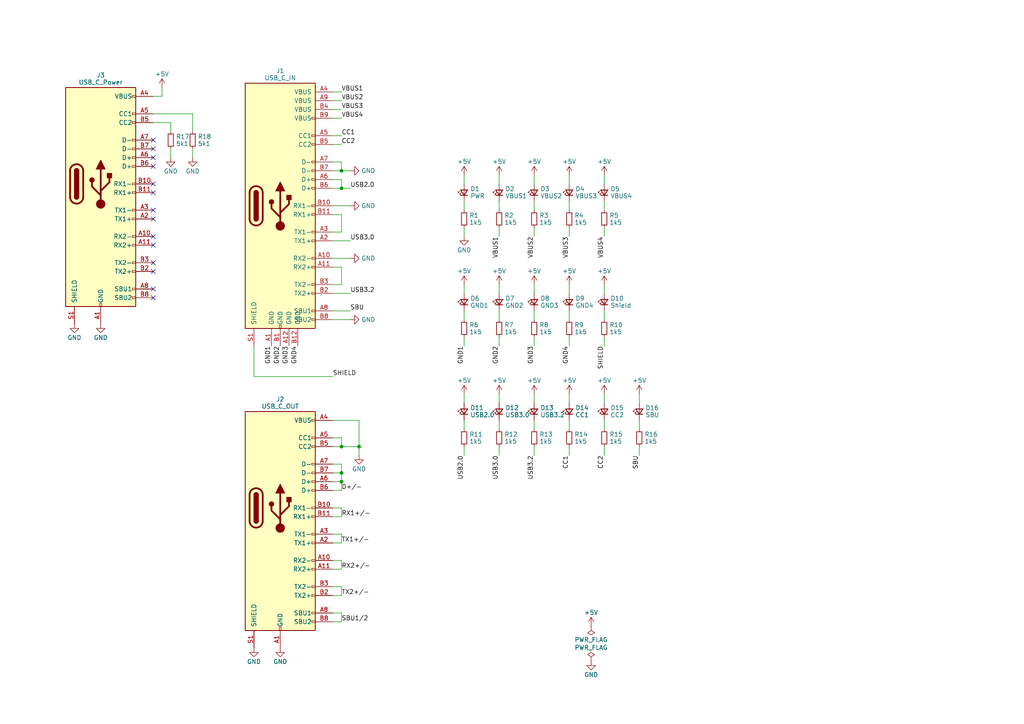
<source format=kicad_sch>
(kicad_sch (version 20230121) (generator eeschema)
  (paper "A4")
  (title_block (title "USB-C Cable Tester") (date "${DATE}") (rev "${VERSION}"))
  (lib_symbols
    (symbol "Connector:USB_C_Receptacle" (pin_names (offset 1.016))
      (property "Reference" "J" (at -10.16 29.21 0))
      (property "Value" "USB_C_Receptacle" (at 10.16 29.21 0))
      (symbol "USB_C_Receptacle_0_0"
        (rectangle (start -0.254 -35.56) (end 0.254 -34.544))
        (rectangle (start 10.16 -32.766) (end 9.144 -33.274))
        (rectangle (start 10.16 -30.226) (end 9.144 -30.734))
        (rectangle (start 10.16 -25.146) (end 9.144 -25.654))
        (rectangle (start 10.16 -22.606) (end 9.144 -23.114))
        (rectangle (start 10.16 -17.526) (end 9.144 -18.034))
        (rectangle (start 10.16 -14.986) (end 9.144 -15.494))
        (rectangle (start 10.16 -9.906) (end 9.144 -10.414))
        (rectangle (start 10.16 -7.366) (end 9.144 -7.874))
        (rectangle (start 10.16 -2.286) (end 9.144 -2.794))
        (rectangle (start 10.16 0.254) (end 9.144 -0.254))
        (rectangle (start 10.16 5.334) (end 9.144 4.826))
        (rectangle (start 10.16 7.874) (end 9.144 7.366))
        (rectangle (start 10.16 10.414) (end 9.144 9.906))
        (rectangle (start 10.16 12.954) (end 9.144 12.446))
        (rectangle (start 10.16 18.034) (end 9.144 17.526))
        (rectangle (start 10.16 20.574) (end 9.144 20.066))
        (rectangle (start 10.16 25.654) (end 9.144 25.146))
      )
      (symbol "USB_C_Receptacle_0_1"
        (rectangle (start -10.16 27.94) (end 10.16 -35.56) (stroke (width 0.254)) (fill (type background)))
        (arc (start -8.89 -3.81) (mid -6.985 -5.7067) (end -5.08 -3.81) (stroke (width 0.508)))
        (arc (start -7.62 -3.81) (mid -6.985 -4.4423) (end -6.35 -3.81) (stroke (width 0.254)))
        (arc (start -7.62 -3.81) (mid -6.985 -4.4423) (end -6.35 -3.81) (stroke (width 0.254)) (fill (type outline)))
        (rectangle (start -7.62 -3.81) (end -6.35 3.81) (stroke (width 0.254)) (fill (type outline)))
        (arc (start -6.35 3.81) (mid -6.985 4.4423) (end -7.62 3.81) (stroke (width 0.254)))
        (arc (start -6.35 3.81) (mid -6.985 4.4423) (end -7.62 3.81) (stroke (width 0.254)) (fill (type outline)))
        (arc (start -5.08 3.81) (mid -6.985 5.7067) (end -8.89 3.81) (stroke (width 0.508)))
        (polyline (pts (xy -8.89 -3.81) (xy -8.89 3.81)) (stroke (width 0.508)))
        (polyline (pts (xy -5.08 3.81) (xy -5.08 -3.81)) (stroke (width 0.508)))
      )
      (symbol "USB_C_Receptacle_1_1"
        (circle (center -2.54 1.143) (radius 0.635) (stroke (width 0.254)) (fill (type outline)))
        (circle (center 0 -5.842) (radius 1.27) (fill (type outline)))
        (polyline (pts (xy 0 -5.842) (xy 0 4.318)) (stroke (width 0.508)))
        (polyline (pts (xy 0 -3.302) (xy -2.54 -0.762) (xy -2.54 0.508)) (stroke (width 0.508)))
        (polyline (pts (xy 0 -2.032) (xy 2.54 0.508) (xy 2.54 1.778)) (stroke (width 0.508)))
        (polyline (pts (xy -1.27 4.318) (xy 0 6.858) (xy 1.27 4.318) (xy -1.27 4.318)) (stroke (width 0.254)) (fill (type outline)))
        (rectangle (start 1.905 1.778) (end 3.175 3.048) (stroke (width 0.254)) (fill (type outline)))
        (pin passive line (at 0 -40.64 90) (length 5.08) (name "GND") (number "A1"))
        (pin bidirectional line (at 15.24 -15.24 180) (length 5.08) (name "RX2-") (number "A10"))
        (pin bidirectional line (at 15.24 -17.78 180) (length 5.08) (name "RX2+") (number "A11"))
        (pin passive line (at 0 -40.64 90) (length 5.08) hide (name "GND") (number "A12"))
        (pin bidirectional line (at 15.24 -10.16 180) (length 5.08) (name "TX1+") (number "A2"))
        (pin bidirectional line (at 15.24 -7.62 180) (length 5.08) (name "TX1-") (number "A3"))
        (pin passive line (at 15.24 25.4 180) (length 5.08) (name "VBUS") (number "A4"))
        (pin bidirectional line (at 15.24 20.32 180) (length 5.08) (name "CC1") (number "A5"))
        (pin bidirectional line (at 15.24 7.62 180) (length 5.08) (name "D+") (number "A6"))
        (pin bidirectional line (at 15.24 12.7 180) (length 5.08) (name "D-") (number "A7"))
        (pin bidirectional line (at 15.24 -30.48 180) (length 5.08) (name "SBU1") (number "A8"))
        (pin passive line (at 15.24 25.4 180) (length 5.08) hide (name "VBUS") (number "A9"))
        (pin passive line (at 0 -40.64 90) (length 5.08) hide (name "GND") (number "B1"))
        (pin bidirectional line (at 15.24 0 180) (length 5.08) (name "RX1-") (number "B10"))
        (pin bidirectional line (at 15.24 -2.54 180) (length 5.08) (name "RX1+") (number "B11"))
        (pin passive line (at 0 -40.64 90) (length 5.08) hide (name "GND") (number "B12"))
        (pin bidirectional line (at 15.24 -25.4 180) (length 5.08) (name "TX2+") (number "B2"))
        (pin bidirectional line (at 15.24 -22.86 180) (length 5.08) (name "TX2-") (number "B3"))
        (pin passive line (at 15.24 25.4 180) (length 5.08) hide (name "VBUS") (number "B4"))
        (pin bidirectional line (at 15.24 17.78 180) (length 5.08) (name "CC2") (number "B5"))
        (pin bidirectional line (at 15.24 5.08 180) (length 5.08) (name "D+") (number "B6"))
        (pin bidirectional line (at 15.24 10.16 180) (length 5.08) (name "D-") (number "B7"))
        (pin bidirectional line (at 15.24 -33.02 180) (length 5.08) (name "SBU2") (number "B8"))
        (pin passive line (at 15.24 25.4 180) (length 5.08) hide (name "VBUS") (number "B9"))
        (pin passive line (at -7.62 -40.64 90) (length 5.08) (name "SHIELD") (number "S1"))
      )
    )
    (symbol "Device:LED_Small" (pin_numbers hide) (pin_names (offset 0.254) hide)
      (property "Reference" "D" (at -1.27 3.175 0))
      (property "Value" "LED_Small" (at -4.445 -2.54 0))
      (symbol "LED_Small_0_1"
        (polyline (pts (xy -0.762 -1.016) (xy -0.762 1.016)) (stroke (width 0.254)))
        (polyline (pts (xy 1.016 0) (xy -0.762 0)))
        (polyline (pts (xy 0.762 -1.016) (xy -0.762 0) (xy 0.762 1.016) (xy 0.762 -1.016)) (stroke (width 0.254)))
        (polyline (pts (xy 0 0.762) (xy -0.508 1.27) (xy -0.254 1.27) (xy -0.508 1.27) (xy -0.508 1.016)))
        (polyline (pts (xy 0.508 1.27) (xy 0 1.778) (xy 0.254 1.778) (xy 0 1.778) (xy 0 1.524)))
      )
      (symbol "LED_Small_1_1"
        (pin passive line (at -2.54 0 0) (length 1.778) (name "K") (number "1"))
        (pin passive line (at 2.54 0 180) (length 1.778) (name "A") (number "2"))
      )
    )
    (symbol "Device:R_Small" (pin_numbers hide) (pin_names (offset 0.254) hide)
      (property "Reference" "R" (at 0.762 0.508 0))
      (property "Value" "R_Small" (at 0.762 -1.016 0))
      (symbol "R_Small_0_1"
        (rectangle (start -0.762 1.778) (end 0.762 -1.778) (stroke (width 0.2032)))
      )
      (symbol "R_Small_1_1"
        (pin passive line (at 0 2.54 270) (length 0.762) (name "~") (number "1"))
        (pin passive line (at 0 -2.54 90) (length 0.762) (name "~") (number "2"))
      )
    )
    (symbol "My_Symbols:USB_C_Receptacle_All_Pins" (pin_names (offset 1.016))
      (property "Reference" "J" (at -10.16 36.83 0))
      (property "Value" "USB_C_Receptacle_All_Pins" (at 10.16 36.83 0))
      (symbol "USB_C_Receptacle_All_Pins_0_0"
        (rectangle (start -0.254 -35.56) (end 0.254 -34.544))
        (rectangle (start 10.16 -32.766) (end 9.144 -33.274))
        (rectangle (start 10.16 -30.226) (end 9.144 -30.734))
        (rectangle (start 10.16 -25.146) (end 9.144 -25.654))
        (rectangle (start 10.16 -22.606) (end 9.144 -23.114))
        (rectangle (start 10.16 -17.526) (end 9.144 -18.034))
        (rectangle (start 10.16 -14.986) (end 9.144 -15.494))
        (rectangle (start 10.16 -9.906) (end 9.144 -10.414))
        (rectangle (start 10.16 -7.366) (end 9.144 -7.874))
        (rectangle (start 10.16 -2.286) (end 9.144 -2.794))
        (rectangle (start 10.16 0.254) (end 9.144 -0.254))
        (rectangle (start 10.16 5.334) (end 9.144 4.826))
        (rectangle (start 10.16 7.874) (end 9.144 7.366))
        (rectangle (start 10.16 10.414) (end 9.144 9.906))
        (rectangle (start 10.16 12.954) (end 9.144 12.446))
        (rectangle (start 10.16 18.034) (end 9.144 17.526))
        (rectangle (start 10.16 20.574) (end 9.144 20.066))
        (rectangle (start 10.16 25.654) (end 9.144 25.146))
      )
      (symbol "USB_C_Receptacle_All_Pins_0_1"
        (rectangle (start -10.16 35.56) (end 10.16 -35.56) (stroke (width 0.254)) (fill (type background)))
        (arc (start -8.89 -3.81) (mid -6.985 -5.7067) (end -5.08 -3.81) (stroke (width 0.508)))
        (arc (start -7.62 -3.81) (mid -6.985 -4.4423) (end -6.35 -3.81) (stroke (width 0.254)))
        (arc (start -7.62 -3.81) (mid -6.985 -4.4423) (end -6.35 -3.81) (stroke (width 0.254)) (fill (type outline)))
        (rectangle (start -7.62 -3.81) (end -6.35 3.81) (stroke (width 0.254)) (fill (type outline)))
        (arc (start -6.35 3.81) (mid -6.985 4.4423) (end -7.62 3.81) (stroke (width 0.254)))
        (arc (start -6.35 3.81) (mid -6.985 4.4423) (end -7.62 3.81) (stroke (width 0.254)) (fill (type outline)))
        (arc (start -5.08 3.81) (mid -6.985 5.7067) (end -8.89 3.81) (stroke (width 0.508)))
        (polyline (pts (xy -8.89 -3.81) (xy -8.89 3.81)) (stroke (width 0.508)))
        (polyline (pts (xy -5.08 3.81) (xy -5.08 -3.81)) (stroke (width 0.508)))
      )
      (symbol "USB_C_Receptacle_All_Pins_1_1"
        (circle (center -2.54 1.143) (radius 0.635) (stroke (width 0.254)) (fill (type outline)))
        (circle (center 0 -5.842) (radius 1.27) (fill (type outline)))
        (polyline (pts (xy 0 -5.842) (xy 0 4.318)) (stroke (width 0.508)))
        (polyline (pts (xy 0 -3.302) (xy -2.54 -0.762) (xy -2.54 0.508)) (stroke (width 0.508)))
        (polyline (pts (xy 0 -2.032) (xy 2.54 0.508) (xy 2.54 1.778)) (stroke (width 0.508)))
        (polyline (pts (xy -1.27 4.318) (xy 0 6.858) (xy 1.27 4.318) (xy -1.27 4.318)) (stroke (width 0.254)) (fill (type outline)))
        (rectangle (start 1.905 1.778) (end 3.175 3.048) (stroke (width 0.254)) (fill (type outline)))
        (pin passive line (at -2.54 -40.64 90) (length 5.08) (name "GND") (number "A1"))
        (pin bidirectional line (at 15.24 -15.24 180) (length 5.08) (name "RX2-") (number "A10"))
        (pin bidirectional line (at 15.24 -17.78 180) (length 5.08) (name "RX2+") (number "A11"))
        (pin passive line (at 2.54 -40.64 90) (length 5.08) (name "GND") (number "A12"))
        (pin bidirectional line (at 15.24 -10.16 180) (length 5.08) (name "TX1+") (number "A2"))
        (pin bidirectional line (at 15.24 -7.62 180) (length 5.08) (name "TX1-") (number "A3"))
        (pin passive line (at 15.24 33.02 180) (length 5.08) (name "VBUS") (number "A4"))
        (pin bidirectional line (at 15.24 20.32 180) (length 5.08) (name "CC1") (number "A5"))
        (pin bidirectional line (at 15.24 7.62 180) (length 5.08) (name "D+") (number "A6"))
        (pin bidirectional line (at 15.24 12.7 180) (length 5.08) (name "D-") (number "A7"))
        (pin bidirectional line (at 15.24 -30.48 180) (length 5.08) (name "SBU1") (number "A8"))
        (pin passive line (at 15.24 30.48 180) (length 5.08) (name "VBUS") (number "A9"))
        (pin passive line (at 0 -40.64 90) (length 5.08) (name "GND") (number "B1"))
        (pin bidirectional line (at 15.24 0 180) (length 5.08) (name "RX1-") (number "B10"))
        (pin bidirectional line (at 15.24 -2.54 180) (length 5.08) (name "RX1+") (number "B11"))
        (pin passive line (at 5.08 -40.64 90) (length 5.08) (name "GND") (number "B12"))
        (pin bidirectional line (at 15.24 -25.4 180) (length 5.08) (name "TX2+") (number "B2"))
        (pin bidirectional line (at 15.24 -22.86 180) (length 5.08) (name "TX2-") (number "B3"))
        (pin passive line (at 15.24 27.94 180) (length 5.08) (name "VBUS") (number "B4"))
        (pin bidirectional line (at 15.24 17.78 180) (length 5.08) (name "CC2") (number "B5"))
        (pin bidirectional line (at 15.24 5.08 180) (length 5.08) (name "D+") (number "B6"))
        (pin bidirectional line (at 15.24 10.16 180) (length 5.08) (name "D-") (number "B7"))
        (pin bidirectional line (at 15.24 -33.02 180) (length 5.08) (name "SBU2") (number "B8"))
        (pin passive line (at 15.24 25.4 180) (length 5.08) (name "VBUS") (number "B9"))
        (pin passive line (at -7.62 -40.64 90) (length 5.08) (name "SHIELD") (number "S1"))
      )
    )
    (symbol "power:+5V" (power) (pin_names (offset 0))
      (property "Value" "+5V" (at 0 3.556 0))
      (symbol "+5V_0_1"
        (polyline (pts (xy -0.762 1.27) (xy 0 2.54)))
        (polyline (pts (xy 0 0) (xy 0 2.54)))
        (polyline (pts (xy 0 2.54) (xy 0.762 1.27)))
      )
      (symbol "+5V_1_1"
        (pin power_in line (at 0 0 90) (length 0) hide (name "+5V") (number "1"))
      )
    )
    (symbol "power:GND" (power) (pin_names (offset 0))
      (property "Value" "GND" (at 0 -3.81 0))
      (symbol "GND_0_1"
        (polyline (pts (xy 0 0) (xy 0 -1.27) (xy 1.27 -1.27) (xy 0 -2.54) (xy -1.27 -1.27) (xy 0 -1.27)))
      )
      (symbol "GND_1_1"
        (pin power_in line (at 0 0 270) (length 0) hide (name "GND") (number "1"))
      )
    )
    (symbol "power:PWR_FLAG" (power) (pin_numbers hide) (pin_names (offset 0) hide)
      (property "Value" "PWR_FLAG" (at 0 3.81 0))
      (symbol "PWR_FLAG_0_0"
        (pin power_out line (at 0 0 90) (length 0) (name "pwr") (number "1"))
      )
      (symbol "PWR_FLAG_0_1"
        (polyline (pts (xy 0 0) (xy 0 1.27) (xy -1.016 1.905) (xy 0 2.54) (xy 1.016 1.905) (xy 0 1.27)))
      )
    )
  )
  (junction (at 99.06 49.53))
  (junction (at 99.06 129.54))
  (junction (at 99.06 137.16))
  (junction (at 99.06 54.61))
  (junction (at 104.14 129.54))
  (junction (at 99.06 139.7))
  (no_connect (at 44.45 78.74))
  (no_connect (at 44.45 60.96))
  (no_connect (at 44.45 68.58))
  (no_connect (at 44.45 86.36))
  (no_connect (at 44.45 43.18))
  (no_connect (at 44.45 55.88))
  (no_connect (at 44.45 71.12))
  (no_connect (at 44.45 40.64))
  (no_connect (at 44.45 45.72))
  (no_connect (at 44.45 63.5))
  (no_connect (at 44.45 76.2))
  (no_connect (at 44.45 53.34))
  (no_connect (at 44.45 83.82))
  (no_connect (at 44.45 48.26))
  (wire (pts (xy 99.06 149.86) (xy 96.52 149.86)))
  (wire (pts (xy 99.06 142.24) (xy 96.52 142.24)))
  (wire (pts (xy 99.06 39.37) (xy 96.52 39.37)))
  (wire (pts (xy 165.1 82.55) (xy 165.1 85.09)))
  (wire (pts (xy 154.94 121.92) (xy 154.94 124.46)))
  (wire (pts (xy 96.52 109.22) (xy 73.66 109.22)))
  (wire (pts (xy 175.26 50.8) (xy 175.26 53.34)))
  (wire (pts (xy 96.52 52.07) (xy 99.06 52.07)))
  (wire (pts (xy 154.94 82.55) (xy 154.94 85.09)))
  (wire (pts (xy 144.78 121.92) (xy 144.78 124.46)))
  (wire (pts (xy 144.78 82.55) (xy 144.78 85.09)))
  (wire (pts (xy 165.1 66.04) (xy 165.1 68.58)))
  (wire (pts (xy 134.62 114.3) (xy 134.62 116.84)))
  (wire (pts (xy 104.14 129.54) (xy 104.14 132.08)))
  (wire (pts (xy 154.94 114.3) (xy 154.94 116.84)))
  (wire (pts (xy 144.78 97.79) (xy 144.78 100.33)))
  (wire (pts (xy 134.62 58.42) (xy 134.62 60.96)))
  (wire (pts (xy 96.52 162.56) (xy 99.06 162.56)))
  (wire (pts (xy 96.52 46.99) (xy 99.06 46.99)))
  (wire (pts (xy 185.42 129.54) (xy 185.42 132.08)))
  (wire (pts (xy 99.06 177.8) (xy 99.06 180.34)))
  (wire (pts (xy 46.99 25.4) (xy 46.99 27.94)))
  (wire (pts (xy 99.06 52.07) (xy 99.06 54.61)))
  (wire (pts (xy 165.1 121.92) (xy 165.1 124.46)))
  (wire (pts (xy 99.06 157.48) (xy 96.52 157.48)))
  (wire (pts (xy 99.06 82.55) (xy 96.52 82.55)))
  (wire (pts (xy 104.14 121.92) (xy 104.14 129.54)))
  (wire (pts (xy 99.06 49.53) (xy 96.52 49.53)))
  (wire (pts (xy 175.26 121.92) (xy 175.26 124.46)))
  (wire (pts (xy 96.52 170.18) (xy 99.06 170.18)))
  (wire (pts (xy 55.88 43.18) (xy 55.88 45.72)))
  (wire (pts (xy 46.99 27.94) (xy 44.45 27.94)))
  (wire (pts (xy 134.62 50.8) (xy 134.62 53.34)))
  (wire (pts (xy 175.26 82.55) (xy 175.26 85.09)))
  (wire (pts (xy 165.1 97.79) (xy 165.1 100.33)))
  (wire (pts (xy 99.06 49.53) (xy 99.06 46.99)))
  (wire (pts (xy 144.78 90.17) (xy 144.78 92.71)))
  (wire (pts (xy 96.52 177.8) (xy 99.06 177.8)))
  (wire (pts (xy 175.26 90.17) (xy 175.26 92.71)))
  (wire (pts (xy 134.62 66.04) (xy 134.62 68.58)))
  (wire (pts (xy 154.94 66.04) (xy 154.94 68.58)))
  (wire (pts (xy 96.52 26.67) (xy 99.06 26.67)))
  (wire (pts (xy 101.6 85.09) (xy 96.52 85.09)))
  (wire (pts (xy 134.62 97.79) (xy 134.62 100.33)))
  (wire (pts (xy 101.6 74.93) (xy 96.52 74.93)))
  (wire (pts (xy 55.88 38.1) (xy 55.88 33.02)))
  (wire (pts (xy 144.78 50.8) (xy 144.78 53.34)))
  (wire (pts (xy 185.42 114.3) (xy 185.42 116.84)))
  (wire (pts (xy 185.42 121.92) (xy 185.42 124.46)))
  (wire (pts (xy 165.1 129.54) (xy 165.1 132.08)))
  (wire (pts (xy 44.45 33.02) (xy 55.88 33.02)))
  (wire (pts (xy 99.06 137.16) (xy 96.52 137.16)))
  (wire (pts (xy 99.06 180.34) (xy 96.52 180.34)))
  (wire (pts (xy 99.06 62.23) (xy 99.06 67.31)))
  (wire (pts (xy 101.6 69.85) (xy 96.52 69.85)))
  (wire (pts (xy 44.45 35.56) (xy 49.53 35.56)))
  (wire (pts (xy 99.06 134.62) (xy 99.06 137.16)))
  (wire (pts (xy 96.52 134.62) (xy 99.06 134.62)))
  (wire (pts (xy 99.06 147.32) (xy 99.06 149.86)))
  (wire (pts (xy 154.94 50.8) (xy 154.94 53.34)))
  (wire (pts (xy 154.94 129.54) (xy 154.94 132.08)))
  (wire (pts (xy 96.52 34.29) (xy 99.06 34.29)))
  (wire (pts (xy 49.53 43.18) (xy 49.53 45.72)))
  (wire (pts (xy 134.62 90.17) (xy 134.62 92.71)))
  (wire (pts (xy 175.26 114.3) (xy 175.26 116.84)))
  (wire (pts (xy 175.26 66.04) (xy 175.26 68.58)))
  (wire (pts (xy 96.52 121.92) (xy 104.14 121.92)))
  (wire (pts (xy 49.53 38.1) (xy 49.53 35.56)))
  (wire (pts (xy 96.52 77.47) (xy 99.06 77.47)))
  (wire (pts (xy 96.52 147.32) (xy 99.06 147.32)))
  (wire (pts (xy 165.1 50.8) (xy 165.1 53.34)))
  (wire (pts (xy 99.06 172.72) (xy 96.52 172.72)))
  (wire (pts (xy 99.06 49.53) (xy 101.6 49.53)))
  (wire (pts (xy 99.06 139.7) (xy 99.06 142.24)))
  (wire (pts (xy 134.62 129.54) (xy 134.62 132.08)))
  (wire (pts (xy 99.06 162.56) (xy 99.06 165.1)))
  (wire (pts (xy 99.06 67.31) (xy 96.52 67.31)))
  (wire (pts (xy 134.62 82.55) (xy 134.62 85.09)))
  (wire (pts (xy 144.78 114.3) (xy 144.78 116.84)))
  (wire (pts (xy 96.52 41.91) (xy 99.06 41.91)))
  (wire (pts (xy 134.62 121.92) (xy 134.62 124.46)))
  (wire (pts (xy 99.06 165.1) (xy 96.52 165.1)))
  (wire (pts (xy 165.1 58.42) (xy 165.1 60.96)))
  (wire (pts (xy 165.1 90.17) (xy 165.1 92.71)))
  (wire (pts (xy 99.06 170.18) (xy 99.06 172.72)))
  (wire (pts (xy 96.52 62.23) (xy 99.06 62.23)))
  (wire (pts (xy 144.78 66.04) (xy 144.78 68.58)))
  (wire (pts (xy 96.52 31.75) (xy 99.06 31.75)))
  (wire (pts (xy 99.06 154.94) (xy 99.06 157.48)))
  (wire (pts (xy 99.06 129.54) (xy 96.52 129.54)))
  (wire (pts (xy 144.78 129.54) (xy 144.78 132.08)))
  (wire (pts (xy 154.94 90.17) (xy 154.94 92.71)))
  (wire (pts (xy 165.1 114.3) (xy 165.1 116.84)))
  (wire (pts (xy 99.06 54.61) (xy 101.6 54.61)))
  (wire (pts (xy 154.94 97.79) (xy 154.94 100.33)))
  (wire (pts (xy 73.66 109.22) (xy 73.66 100.33)))
  (wire (pts (xy 101.6 59.69) (xy 96.52 59.69)))
  (wire (pts (xy 96.52 139.7) (xy 99.06 139.7)))
  (wire (pts (xy 144.78 58.42) (xy 144.78 60.96)))
  (wire (pts (xy 175.26 129.54) (xy 175.26 132.08)))
  (wire (pts (xy 175.26 97.79) (xy 175.26 100.33)))
  (wire (pts (xy 96.52 154.94) (xy 99.06 154.94)))
  (wire (pts (xy 96.52 29.21) (xy 99.06 29.21)))
  (wire (pts (xy 99.06 77.47) (xy 99.06 82.55)))
  (wire (pts (xy 96.52 127) (xy 99.06 127)))
  (wire (pts (xy 99.06 127) (xy 99.06 129.54)))
  (wire (pts (xy 175.26 58.42) (xy 175.26 60.96)))
  (wire (pts (xy 99.06 129.54) (xy 104.14 129.54)))
  (wire (pts (xy 96.52 90.17) (xy 101.6 90.17)))
  (wire (pts (xy 99.06 137.16) (xy 99.06 139.7)))
  (wire (pts (xy 99.06 54.61) (xy 96.52 54.61)))
  (wire (pts (xy 101.6 92.71) (xy 96.52 92.71)))
  (wire (pts (xy 154.94 58.42) (xy 154.94 60.96)))
  (label "VBUS1" (at 144.78 68.58 270))
  (label "SBU" (at 185.42 132.08 270))
  (label "CC2" (at 99.06 41.91 0))
  (label "GND3" (at 154.94 100.33 270))
  (label "SHIELD" (at 175.26 100.33 270))
  (label "GND1" (at 78.74 100.33 270))
  (label "USB3.0" (at 101.6 69.85 0))
  (label "VBUS3" (at 99.06 31.75 0))
  (label "VBUS3" (at 165.1 68.58 270))
  (label "CC1" (at 165.1 132.08 270))
  (label "TX1+{slash}-" (at 99.06 157.48 0))
  (label "RX1+{slash}-" (at 99.06 149.86 0))
  (label "GND4" (at 86.36 100.33 270))
  (label "TX2+{slash}-" (at 99.06 172.72 0))
  (label "VBUS2" (at 99.06 29.21 0))
  (label "USB3.0" (at 144.78 132.08 270))
  (label "GND4" (at 165.1 100.33 270))
  (label "GND1" (at 134.62 100.33 270))
  (label "GND3" (at 83.82 100.33 270))
  (label "GND2" (at 81.28 100.33 270))
  (label "SHIELD" (at 96.52 109.22 0))
  (label "CC1" (at 99.06 39.37 0))
  (label "SBU1{slash}2" (at 99.06 180.34 0))
  (label "VBUS2" (at 154.94 68.58 270))
  (label "USB3.2" (at 101.6 85.09 0))
  (label "D+{slash}-" (at 99.06 142.24 0))
  (label "RX2+{slash}-" (at 99.06 165.1 0))
  (label "SBU" (at 101.6 90.17 0))
  (label "VBUS4" (at 99.06 34.29 0))
  (label "USB2.0" (at 134.62 132.08 270))
  (label "VBUS4" (at 175.26 68.58 270))
  (label "VBUS1" (at 99.06 26.67 0))
  (label "CC2" (at 175.26 132.08 270))
  (label "USB3.2" (at 154.94 132.08 270))
  (label "GND2" (at 144.78 100.33 270))
  (label "USB2.0" (at 101.6 54.61 0))
  (symbol (lib_id "power:+5V") (at 134.62 50.8 0) (unit 1)
    (property "Reference" "#PWR02" (effects hide))
    (property "Value" "+5V" (at 134.62 46.855 0))
  )
  (symbol (lib_id "Device:LED_Small") (at 175.26 119.38 90) (unit 1)
    (property "Reference" "D15" (at 177.038 118.2925 90) (effects (justify right)))
    (property "Value" "CC2" (at 177.038 120.3405 90) (effects (justify right)))
    (property "Footprint" "LED_SMD:LED_0603_1608Metric" (effects hide))
    (property "LCSC" "C2286" (effects hide))
  )
  (symbol (lib_id "Device:LED_Small") (at 144.78 87.63 90) (unit 1)
    (property "Reference" "D7" (at 146.558 86.5425 90) (effects (justify right)))
    (property "Value" "GND2" (at 146.558 88.5905 90) (effects (justify right)))
    (property "Footprint" "LED_SMD:LED_0603_1608Metric" (effects hide))
    (property "LCSC" "C2286" (effects hide))
  )
  (symbol (lib_id "power:GND") (at 104.14 132.08 0) (unit 1)
    (property "Reference" "#PWR022" (effects hide))
    (property "Value" "GND" (at 104.14 136.025 0))
  )
  (symbol (lib_id "power:+5V") (at 134.62 82.55 0) (unit 1)
    (property "Reference" "#PWR010" (effects hide))
    (property "Value" "+5V" (at 134.62 78.605 0))
  )
  (symbol (lib_id "power:+5V") (at 165.1 50.8 0) (unit 1)
    (property "Reference" "#PWR05" (effects hide))
    (property "Value" "+5V" (at 165.1 46.855 0))
  )
  (symbol (lib_id "Device:R_Small") (at 55.88 40.64 0) (unit 1)
    (property "Reference" "R18" (at 57.3786 39.616 0) (effects (justify left)))
    (property "Value" "5k1" (at 57.3786 41.664 0) (effects (justify left)))
    (property "Footprint" "Resistor_SMD:R_0603_1608Metric" (effects hide))
    (property "LCSC" "C23186" (effects hide))
  )
  (symbol (lib_id "My_Symbols:USB_C_Receptacle_All_Pins") (at 81.28 59.69 0) (unit 1)
    (property "Reference" "J1" (at 81.28 20.55 0))
    (property "Value" "USB_C_IN" (at 81.28 22.598 0))
    (property "Footprint" "My_Footprints:USB_C_Receptacle_GT-USB-7028C" (effects hide))
    (property "Datasheet" "https://www.usb.org/sites/default/files/documents/usb_type-c.zip" (effects hide))
    (property "LCSC" "C3001280" (effects hide))
  )
  (symbol (lib_id "power:+5V") (at 154.94 114.3 0) (unit 1)
    (property "Reference" "#PWR018" (effects hide))
    (property "Value" "+5V" (at 154.94 110.355 0))
  )
  (symbol (lib_id "Device:R_Small") (at 165.1 127 180) (unit 1)
    (property "Reference" "R14" (at 166.5985 125.976 0) (effects (justify right)))
    (property "Value" "1k5" (at 166.5985 128.024 0) (effects (justify right)))
    (property "Footprint" "Resistor_SMD:R_0603_1608Metric" (effects hide))
    (property "LCSC" "C22843" (effects hide))
  )
  (symbol (lib_id "Device:R_Small") (at 144.78 95.25 180) (unit 1)
    (property "Reference" "R7" (at 146.2785 94.226 0) (effects (justify right)))
    (property "Value" "1k5" (at 146.2785 96.274 0) (effects (justify right)))
    (property "Footprint" "Resistor_SMD:R_0603_1608Metric" (effects hide))
    (property "LCSC" "C22843" (effects hide))
  )
  (symbol (lib_id "Device:LED_Small") (at 165.1 119.38 90) (unit 1)
    (property "Reference" "D14" (at 166.878 118.2925 90) (effects (justify right)))
    (property "Value" "CC1" (at 166.878 120.3405 90) (effects (justify right)))
    (property "Footprint" "LED_SMD:LED_0603_1608Metric" (effects hide))
    (property "LCSC" "C2286" (effects hide))
  )
  (symbol (lib_id "power:GND") (at 81.28 187.96 0) (unit 1)
    (property "Reference" "#PWR024" (effects hide))
    (property "Value" "GND" (at 81.28 191.905 0))
  )
  (symbol (lib_id "power:GND") (at 101.6 59.69 90) (unit 1)
    (property "Reference" "#PWR07" (effects hide))
    (property "Value" "GND" (at 104.775 59.69 90) (effects (justify right)))
  )
  (symbol (lib_id "power:GND") (at 29.21 93.98 0) (unit 1)
    (property "Reference" "#PWR029" (effects hide))
    (property "Value" "GND" (at 29.21 97.925 0))
  )
  (symbol (lib_id "Device:R_Small") (at 134.62 95.25 180) (unit 1)
    (property "Reference" "R6" (at 136.1185 94.226 0) (effects (justify right)))
    (property "Value" "1k5" (at 136.1185 96.274 0) (effects (justify right)))
    (property "Footprint" "Resistor_SMD:R_0603_1608Metric" (effects hide))
    (property "LCSC" "C22843" (effects hide))
  )
  (symbol (lib_id "Device:LED_Small") (at 175.26 55.88 90) (unit 1)
    (property "Reference" "D5" (at 177.038 54.7925 90) (effects (justify right)))
    (property "Value" "VBUS4" (at 177.038 56.8405 90) (effects (justify right)))
    (property "Footprint" "LED_SMD:LED_0603_1608Metric" (effects hide))
    (property "LCSC" "C2286" (effects hide))
  )
  (symbol (lib_id "power:+5V") (at 175.26 114.3 0) (unit 1)
    (property "Reference" "#PWR020" (effects hide))
    (property "Value" "+5V" (at 175.26 110.355 0))
  )
  (symbol (lib_id "power:+5V") (at 165.1 114.3 0) (unit 1)
    (property "Reference" "#PWR019" (effects hide))
    (property "Value" "+5V" (at 165.1 110.355 0))
  )
  (symbol (lib_id "power:+5V") (at 154.94 82.55 0) (unit 1)
    (property "Reference" "#PWR012" (effects hide))
    (property "Value" "+5V" (at 154.94 78.605 0))
  )
  (symbol (lib_id "power:GND") (at 21.59 93.98 0) (unit 1)
    (property "Reference" "#PWR028" (effects hide))
    (property "Value" "GND" (at 21.59 97.925 0))
  )
  (symbol (lib_id "Device:LED_Small") (at 134.62 119.38 90) (unit 1)
    (property "Reference" "D11" (at 136.398 118.2925 90) (effects (justify right)))
    (property "Value" "USB2.0" (at 136.398 120.3405 90) (effects (justify right)))
    (property "Footprint" "LED_SMD:LED_0603_1608Metric" (effects hide))
    (property "LCSC" "C2286" (effects hide))
  )
  (symbol (lib_id "power:+5V") (at 175.26 50.8 0) (unit 1)
    (property "Reference" "#PWR06" (effects hide))
    (property "Value" "+5V" (at 175.26 46.855 0))
  )
  (symbol (lib_id "Device:R_Small") (at 165.1 95.25 180) (unit 1)
    (property "Reference" "R9" (at 166.5985 94.226 0) (effects (justify right)))
    (property "Value" "1k5" (at 166.5985 96.274 0) (effects (justify right)))
    (property "Footprint" "Resistor_SMD:R_0603_1608Metric" (effects hide))
    (property "LCSC" "C22843" (effects hide))
  )
  (symbol (lib_id "power:GND") (at 73.66 187.96 0) (unit 1)
    (property "Reference" "#PWR023" (effects hide))
    (property "Value" "GND" (at 73.66 191.905 0))
  )
  (symbol (lib_id "power:+5V") (at 134.62 114.3 0) (unit 1)
    (property "Reference" "#PWR016" (effects hide))
    (property "Value" "+5V" (at 134.62 110.355 0))
  )
  (symbol (lib_id "power:GND") (at 101.6 92.71 90) (unit 1)
    (property "Reference" "#PWR015" (effects hide))
    (property "Value" "GND" (at 104.775 92.71 90) (effects (justify right)))
  )
  (symbol (lib_id "power:+5V") (at 154.94 50.8 0) (unit 1)
    (property "Reference" "#PWR04" (effects hide))
    (property "Value" "+5V" (at 154.94 46.855 0))
  )
  (symbol (lib_id "power:GND") (at 171.45 191.77 0) (unit 1)
    (property "Reference" "#PWR030" (effects hide))
    (property "Value" "GND" (at 171.45 195.715 0))
  )
  (symbol (lib_id "Device:R_Small") (at 144.78 63.5 180) (unit 1)
    (property "Reference" "R2" (at 146.2785 62.476 0) (effects (justify right)))
    (property "Value" "1k5" (at 146.2785 64.524 0) (effects (justify right)))
    (property "Footprint" "Resistor_SMD:R_0603_1608Metric" (effects hide))
    (property "LCSC" "C22843" (effects hide))
  )
  (symbol (lib_id "Device:LED_Small") (at 165.1 55.88 90) (unit 1)
    (property "Reference" "D4" (at 166.878 54.7925 90) (effects (justify right)))
    (property "Value" "VBUS3" (at 166.878 56.8405 90) (effects (justify right)))
    (property "Footprint" "LED_SMD:LED_0603_1608Metric" (effects hide))
    (property "LCSC" "C2286" (effects hide))
  )
  (symbol (lib_id "power:+5V") (at 144.78 114.3 0) (unit 1)
    (property "Reference" "#PWR017" (effects hide))
    (property "Value" "+5V" (at 144.78 110.355 0))
  )
  (symbol (lib_id "Device:LED_Small") (at 144.78 119.38 90) (unit 1)
    (property "Reference" "D12" (at 146.558 118.2925 90) (effects (justify right)))
    (property "Value" "USB3.0" (at 146.558 120.3405 90) (effects (justify right)))
    (property "Footprint" "LED_SMD:LED_0603_1608Metric" (effects hide))
    (property "LCSC" "C2286" (effects hide))
  )
  (symbol (lib_id "Device:LED_Small") (at 185.42 119.38 90) (unit 1)
    (property "Reference" "D16" (at 187.198 118.2925 90) (effects (justify right)))
    (property "Value" "SBU" (at 187.198 120.3405 90) (effects (justify right)))
    (property "Footprint" "LED_SMD:LED_0603_1608Metric" (effects hide))
    (property "LCSC" "C2286" (effects hide))
  )
  (symbol (lib_id "power:GND") (at 101.6 49.53 90) (unit 1)
    (property "Reference" "#PWR01" (effects hide))
    (property "Value" "GND" (at 104.775 49.53 90) (effects (justify right)))
  )
  (symbol (lib_id "Device:LED_Small") (at 134.62 55.88 90) (unit 1)
    (property "Reference" "D1" (at 136.398 54.7925 90) (effects (justify right)))
    (property "Value" "PWR" (at 136.398 56.8405 90) (effects (justify right)))
    (property "Footprint" "LED_SMD:LED_0603_1608Metric" (effects hide))
    (property "LCSC" "C2286" (effects hide))
  )
  (symbol (lib_id "Connector:USB_C_Receptacle") (at 29.21 53.34 0) (unit 1)
    (property "Reference" "J3" (at 29.21 21.82 0))
    (property "Value" "USB_C_Power" (at 29.21 23.868 0))
    (property "Footprint" "My_Footprints:USB_C_Receptacle_GT-USB-7028C" (effects hide))
    (property "Datasheet" "https://www.usb.org/sites/default/files/documents/usb_type-c.zip" (effects hide))
    (property "LCSC" "C3001280" (effects hide))
  )
  (symbol (lib_id "power:PWR_FLAG") (at 171.45 181.61 180) (unit 1)
    (property "Reference" "#FLG02" (effects hide))
    (property "Value" "PWR_FLAG" (at 171.45 185.555 0))
  )
  (symbol (lib_id "power:+5V") (at 171.45 181.61 0) (unit 1)
    (property "Reference" "#PWR031" (effects hide))
    (property "Value" "+5V" (at 171.45 177.665 0))
  )
  (symbol (lib_id "power:+5V") (at 175.26 82.55 0) (unit 1)
    (property "Reference" "#PWR014" (effects hide))
    (property "Value" "+5V" (at 175.26 78.605 0))
  )
  (symbol (lib_id "power:+5V") (at 144.78 82.55 0) (unit 1)
    (property "Reference" "#PWR011" (effects hide))
    (property "Value" "+5V" (at 144.78 78.605 0))
  )
  (symbol (lib_id "Device:R_Small") (at 134.62 63.5 180) (unit 1)
    (property "Reference" "R1" (at 136.1185 62.476 0) (effects (justify right)))
    (property "Value" "1k5" (at 136.1185 64.524 0) (effects (justify right)))
    (property "Footprint" "Resistor_SMD:R_0603_1608Metric" (effects hide))
    (property "LCSC" "C22843" (effects hide))
  )
  (symbol (lib_id "Device:LED_Small") (at 175.26 87.63 90) (unit 1)
    (property "Reference" "D10" (at 177.038 86.5425 90) (effects (justify right)))
    (property "Value" "Shield" (at 177.038 88.5905 90) (effects (justify right)))
    (property "Footprint" "LED_SMD:LED_0603_1608Metric" (effects hide))
    (property "LCSC" "C2286" (effects hide))
  )
  (symbol (lib_id "power:+5V") (at 185.42 114.3 0) (unit 1)
    (property "Reference" "#PWR021" (effects hide))
    (property "Value" "+5V" (at 185.42 110.355 0))
  )
  (symbol (lib_id "Device:R_Small") (at 154.94 127 180) (unit 1)
    (property "Reference" "R13" (at 156.4385 125.976 0) (effects (justify right)))
    (property "Value" "1k5" (at 156.4385 128.024 0) (effects (justify right)))
    (property "Footprint" "Resistor_SMD:R_0603_1608Metric" (effects hide))
    (property "LCSC" "C22843" (effects hide))
  )
  (symbol (lib_id "Device:LED_Small") (at 144.78 55.88 90) (unit 1)
    (property "Reference" "D2" (at 146.558 54.7925 90) (effects (justify right)))
    (property "Value" "VBUS1" (at 146.558 56.8405 90) (effects (justify right)))
    (property "Footprint" "LED_SMD:LED_0603_1608Metric" (effects hide))
    (property "LCSC" "C2286" (effects hide))
  )
  (symbol (lib_id "power:GND") (at 55.88 45.72 0) (unit 1)
    (property "Reference" "#PWR027" (effects hide))
    (property "Value" "GND" (at 55.88 49.665 0))
  )
  (symbol (lib_id "Device:R_Small") (at 154.94 63.5 180) (unit 1)
    (property "Reference" "R3" (at 156.4385 62.476 0) (effects (justify right)))
    (property "Value" "1k5" (at 156.4385 64.524 0) (effects (justify right)))
    (property "Footprint" "Resistor_SMD:R_0603_1608Metric" (effects hide))
    (property "LCSC" "C22843" (effects hide))
  )
  (symbol (lib_id "power:GND") (at 101.6 74.93 90) (unit 1)
    (property "Reference" "#PWR09" (effects hide))
    (property "Value" "GND" (at 104.775 74.93 90) (effects (justify right)))
  )
  (symbol (lib_id "Device:R_Small") (at 175.26 63.5 180) (unit 1)
    (property "Reference" "R5" (at 176.7585 62.476 0) (effects (justify right)))
    (property "Value" "1k5" (at 176.7585 64.524 0) (effects (justify right)))
    (property "Footprint" "Resistor_SMD:R_0603_1608Metric" (effects hide))
    (property "LCSC" "C22843" (effects hide))
  )
  (symbol (lib_id "power:GND") (at 49.53 45.72 0) (unit 1)
    (property "Reference" "#PWR026" (effects hide))
    (property "Value" "GND" (at 49.53 49.665 0))
  )
  (symbol (lib_id "power:+5V") (at 165.1 82.55 0) (unit 1)
    (property "Reference" "#PWR013" (effects hide))
    (property "Value" "+5V" (at 165.1 78.605 0))
  )
  (symbol (lib_id "Device:LED_Small") (at 165.1 87.63 90) (unit 1)
    (property "Reference" "D9" (at 166.878 86.5425 90) (effects (justify right)))
    (property "Value" "GND4" (at 166.878 88.5905 90) (effects (justify right)))
    (property "Footprint" "LED_SMD:LED_0603_1608Metric" (effects hide))
    (property "LCSC" "C2286" (effects hide))
  )
  (symbol (lib_id "power:GND") (at 134.62 68.58 0) (unit 1)
    (property "Reference" "#PWR08" (effects hide))
    (property "Value" "GND" (at 134.62 72.525 0))
  )
  (symbol (lib_id "Device:R_Small") (at 134.62 127 180) (unit 1)
    (property "Reference" "R11" (at 136.1185 125.976 0) (effects (justify right)))
    (property "Value" "1k5" (at 136.1185 128.024 0) (effects (justify right)))
    (property "Footprint" "Resistor_SMD:R_0603_1608Metric" (effects hide))
    (property "LCSC" "C22843" (effects hide))
  )
  (symbol (lib_id "Device:R_Small") (at 175.26 127 180) (unit 1)
    (property "Reference" "R15" (at 176.7585 125.976 0) (effects (justify right)))
    (property "Value" "1k5" (at 176.7585 128.024 0) (effects (justify right)))
    (property "Footprint" "Resistor_SMD:R_0603_1608Metric" (effects hide))
    (property "LCSC" "C22843" (effects hide))
  )
  (symbol (lib_id "Device:R_Small") (at 144.78 127 180) (unit 1)
    (property "Reference" "R12" (at 146.2785 125.976 0) (effects (justify right)))
    (property "Value" "1k5" (at 146.2785 128.024 0) (effects (justify right)))
    (property "Footprint" "Resistor_SMD:R_0603_1608Metric" (effects hide))
    (property "LCSC" "C22843" (effects hide))
  )
  (symbol (lib_id "power:+5V") (at 144.78 50.8 0) (unit 1)
    (property "Reference" "#PWR03" (effects hide))
    (property "Value" "+5V" (at 144.78 46.855 0))
  )
  (symbol (lib_id "Device:R_Small") (at 165.1 63.5 180) (unit 1)
    (property "Reference" "R4" (at 166.5985 62.476 0) (effects (justify right)))
    (property "Value" "1k5" (at 166.5985 64.524 0) (effects (justify right)))
    (property "Footprint" "Resistor_SMD:R_0603_1608Metric" (effects hide))
    (property "LCSC" "C22843" (effects hide))
  )
  (symbol (lib_id "Connector:USB_C_Receptacle") (at 81.28 147.32 0) (unit 1)
    (property "Reference" "J2" (at 81.28 115.8 0))
    (property "Value" "USB_C_OUT" (at 81.28 117.848 0))
    (property "Footprint" "My_Footprints:USB_C_Receptacle_GT-USB-7028C" (effects hide))
    (property "Datasheet" "https://www.usb.org/sites/default/files/documents/usb_type-c.zip" (effects hide))
    (property "LCSC" "C3001280" (effects hide))
  )
  (symbol (lib_id "Device:R_Small") (at 49.53 40.64 0) (unit 1)
    (property "Reference" "R17" (at 51.0286 39.616 0) (effects (justify left)))
    (property "Value" "5k1" (at 51.0286 41.664 0) (effects (justify left)))
    (property "Footprint" "Resistor_SMD:R_0603_1608Metric" (effects hide))
    (property "LCSC" "C23186" (effects hide))
  )
  (symbol (lib_id "Device:LED_Small") (at 154.94 119.38 90) (unit 1)
    (property "Reference" "D13" (at 156.718 118.2925 90) (effects (justify right)))
    (property "Value" "USB3.2" (at 156.718 120.3405 90) (effects (justify right)))
    (property "Footprint" "LED_SMD:LED_0603_1608Metric" (effects hide))
    (property "LCSC" "C2286" (effects hide))
  )
  (symbol (lib_id "Device:LED_Small") (at 154.94 55.88 90) (unit 1)
    (property "Reference" "D3" (at 156.718 54.7925 90) (effects (justify right)))
    (property "Value" "VBUS2" (at 156.718 56.8405 90) (effects (justify right)))
    (property "Footprint" "LED_SMD:LED_0603_1608Metric" (effects hide))
    (property "LCSC" "C2286" (effects hide))
  )
  (symbol (lib_id "Device:R_Small") (at 154.94 95.25 180) (unit 1)
    (property "Reference" "R8" (at 156.4385 94.226 0) (effects (justify right)))
    (property "Value" "1k5" (at 156.4385 96.274 0) (effects (justify right)))
    (property "Footprint" "Resistor_SMD:R_0603_1608Metric" (effects hide))
    (property "LCSC" "C22843" (effects hide))
  )
  (symbol (lib_id "Device:R_Small") (at 185.42 127 180) (unit 1)
    (property "Reference" "R16" (at 186.9185 125.976 0) (effects (justify right)))
    (property "Value" "1k5" (at 186.9185 128.024 0) (effects (justify right)))
    (property "Footprint" "Resistor_SMD:R_0603_1608Metric" (effects hide))
    (property "LCSC" "C22843" (effects hide))
  )
  (symbol (lib_id "Device:LED_Small") (at 154.94 87.63 90) (unit 1)
    (property "Reference" "D8" (at 156.718 86.5425 90) (effects (justify right)))
    (property "Value" "GND3" (at 156.718 88.5905 90) (effects (justify right)))
    (property "Footprint" "LED_SMD:LED_0603_1608Metric" (effects hide))
    (property "LCSC" "C2286" (effects hide))
  )
  (symbol (lib_id "Device:R_Small") (at 175.26 95.25 180) (unit 1)
    (property "Reference" "R10" (at 176.7585 94.226 0) (effects (justify right)))
    (property "Value" "1k5" (at 176.7585 96.274 0) (effects (justify right)))
    (property "Footprint" "Resistor_SMD:R_0603_1608Metric" (effects hide))
    (property "LCSC" "C22843" (effects hide))
  )
  (symbol (lib_id "power:PWR_FLAG") (at 171.45 191.77 0) (unit 1)
    (property "Reference" "#FLG01" (effects hide))
    (property "Value" "PWR_FLAG" (at 171.45 187.825 0))
  )
  (symbol (lib_id "power:+5V") (at 46.99 25.4 0) (unit 1)
    (property "Reference" "#PWR025" (effects hide))
    (property "Value" "+5V" (at 46.99 21.455 0))
  )
  (symbol (lib_id "Device:LED_Small") (at 134.62 87.63 90) (unit 1)
    (property "Reference" "D6" (at 136.398 86.5425 90) (effects (justify right)))
    (property "Value" "GND1" (at 136.398 88.5905 90) (effects (justify right)))
    (property "Footprint" "LED_SMD:LED_0603_1608Metric" (effects hide))
    (property "LCSC" "C2286" (effects hide))
  )
)
</source>
